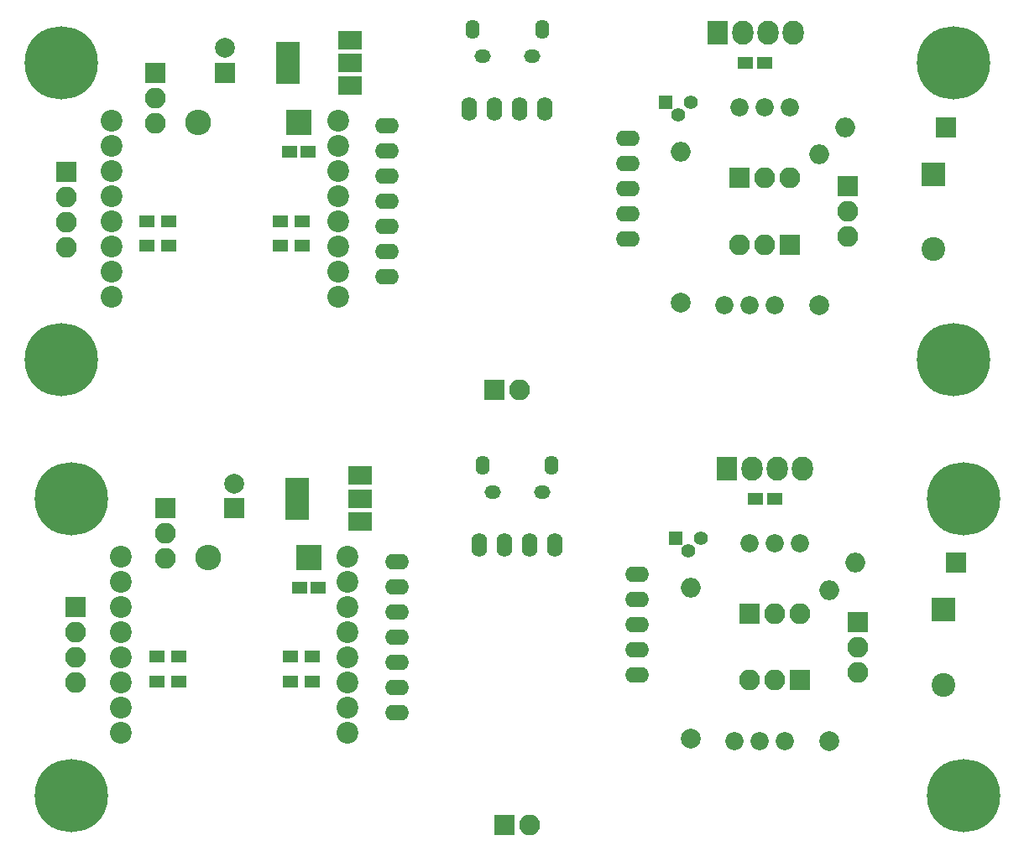
<source format=gbs>
%MOIN*%
%OFA0B0*%
%FSLAX46Y46*%
%IPPOS*%
%LPD*%
%ADD10C,0.0039370078740157488*%
%ADD11R,0.094488188976377951X0.094488188976377951*%
%ADD12C,0.094488188976377951*%
%ADD13R,0.062992125984251982X0.0452755905511811*%
%ADD14R,0.07874015748031496X0.07874015748031496*%
%ADD15C,0.07874015748031496*%
%ADD16O,0.07874015748031496X0.07874015748031496*%
%ADD17C,0.29133858267716539*%
%ADD18O,0.064960629921259838X0.053149606299212608*%
%ADD19O,0.055118110236220472X0.076771653543307089*%
%ADD20R,0.082677165354330714X0.082677165354330714*%
%ADD21O,0.082677165354330714X0.082677165354330714*%
%ADD22C,0.055118110236220472*%
%ADD23R,0.055118110236220472X0.055118110236220472*%
%ADD24R,0.062992125984251982X0.051181102362204731*%
%ADD25C,0.072440944881889777*%
%ADD26R,0.083748031496063011X0.095748031496063*%
%ADD27O,0.083748031496063011X0.095748031496063*%
%ADD28R,0.094488188976377951X0.16535433070866143*%
%ADD29R,0.094488188976377951X0.074803149606299218*%
%ADD30C,0.086614173228346469*%
%ADD31O,0.094488188976377951X0.062992125984251982*%
%ADD32O,0.062992125984251982X0.094488188976377951*%
%ADD33R,0.10236220472440946X0.10236220472440946*%
%ADD34O,0.10236220472440946X0.10236220472440946*%
%ADD45C,0.0039370078740157488*%
%ADD46R,0.094488188976377951X0.094488188976377951*%
%ADD47C,0.094488188976377951*%
%ADD48R,0.062992125984251982X0.0452755905511811*%
%ADD49R,0.07874015748031496X0.07874015748031496*%
%ADD50C,0.07874015748031496*%
%ADD51O,0.07874015748031496X0.07874015748031496*%
%ADD52C,0.29133858267716539*%
%ADD53O,0.064960629921259838X0.053149606299212608*%
%ADD54O,0.055118110236220472X0.076771653543307089*%
%ADD55R,0.082677165354330714X0.082677165354330714*%
%ADD56O,0.082677165354330714X0.082677165354330714*%
%ADD57C,0.055118110236220472*%
%ADD58R,0.055118110236220472X0.055118110236220472*%
%ADD59R,0.062992125984251982X0.051181102362204731*%
%ADD60C,0.072440944881889777*%
%ADD61R,0.083748031496063011X0.095748031496063*%
%ADD62O,0.083748031496063011X0.095748031496063*%
%ADD63R,0.094488188976377951X0.16535433070866143*%
%ADD64R,0.094488188976377951X0.074803149606299218*%
%ADD65C,0.086614173228346469*%
%ADD66O,0.094488188976377951X0.062992125984251982*%
%ADD67O,0.062992125984251982X0.094488188976377951*%
%ADD68R,0.10236220472440946X0.10236220472440946*%
%ADD69O,0.10236220472440946X0.10236220472440946*%
%LPD*%
G01*
D10*
D11*
X-0000039370Y0003385826D02*
X0003622047Y0002746062D03*
D12*
X0003622047Y0002446850D03*
D13*
X0002875984Y0003188976D03*
X0002950787Y0003188976D03*
X0001064960Y0002834645D03*
X0001139763Y0002834645D03*
D14*
X0000807086Y0003149606D03*
D15*
X0000807086Y0003248031D03*
D14*
X0003671259Y0002933070D03*
D16*
X0003271259Y0002933070D03*
D17*
X0000157480Y0003188976D03*
X0000157480Y0002007874D03*
X0003700787Y0003188976D03*
X0003700787Y0002007874D03*
D18*
X0002027559Y0003214566D03*
X0001830708Y0003214566D03*
D19*
X0002066929Y0003320866D03*
X0001791338Y0003320866D03*
D20*
X0000531496Y0003149606D03*
D21*
X0000531496Y0003049606D03*
X0000531496Y0002949606D03*
D22*
X0002609055Y0002981496D03*
X0002659055Y0003031496D03*
D23*
X0002559055Y0003031496D03*
D20*
X0001879921Y0001889763D03*
D21*
X0001979921Y0001889763D03*
D15*
X0002618110Y0002234251D03*
D16*
X0002618110Y0002834251D03*
D15*
X0003169291Y0002224409D03*
D16*
X0003169291Y0002824409D03*
D24*
X0000584645Y0002559055D03*
X0000498031Y0002559055D03*
X0000584645Y0002460629D03*
X0000498031Y0002460629D03*
X0001029527Y0002460629D03*
X0001116141Y0002460629D03*
X0001029527Y0002559055D03*
X0001116141Y0002559055D03*
D25*
X0003051181Y0003011811D03*
X0002951181Y0003011811D03*
X0002851181Y0003011811D03*
X0002992125Y0002224409D03*
X0002892125Y0002224409D03*
X0002792125Y0002224409D03*
D26*
X0002763385Y0003307086D03*
D27*
X0002863385Y0003307086D03*
X0002963385Y0003307086D03*
X0003063385Y0003307086D03*
D28*
X0001057086Y0003188976D03*
D29*
X0001305118Y0003188976D03*
X0001305118Y0003098425D03*
X0001305118Y0003279527D03*
D20*
X0000177165Y0002755905D03*
D21*
X0000177165Y0002655905D03*
X0000177165Y0002555905D03*
X0000177165Y0002455905D03*
D20*
X0003282047Y0002698425D03*
D21*
X0003282047Y0002598425D03*
X0003282047Y0002498425D03*
D20*
X0002852755Y0002730866D03*
D21*
X0002952755Y0002730866D03*
X0003052755Y0002730866D03*
D20*
X0003052755Y0002465984D03*
D21*
X0002952755Y0002465984D03*
X0002852755Y0002465984D03*
D30*
X0001257086Y0002257480D03*
X0001257086Y0002357480D03*
X0001257086Y0002457480D03*
X0001257086Y0002557480D03*
X0001257086Y0002657480D03*
X0001257086Y0002757480D03*
X0001257086Y0002857480D03*
X0001257086Y0002957480D03*
X0000357086Y0002957480D03*
X0000357086Y0002857480D03*
X0000357086Y0002757480D03*
X0000357086Y0002657480D03*
X0000357086Y0002557480D03*
X0000357086Y0002457480D03*
X0000357086Y0002357480D03*
X0000357086Y0002257480D03*
D31*
X0001451417Y0002937795D03*
X0001451417Y0002837795D03*
X0002406850Y0002887795D03*
X0001451417Y0002737795D03*
X0002406850Y0002787795D03*
X0001451417Y0002637795D03*
X0002406850Y0002687795D03*
X0001451417Y0002537795D03*
X0002406850Y0002587795D03*
X0001451417Y0002437795D03*
X0002406850Y0002487795D03*
X0001451417Y0002337795D03*
D32*
X0001779133Y0003003425D03*
X0001879133Y0003003425D03*
X0001979133Y0003003425D03*
X0002079133Y0003003425D03*
D33*
X0001102362Y0002952755D03*
D34*
X0000702362Y0002952755D03*
G04 next file*
%LPD*%
G04 #@! TF.FileFunction,Soldermask,Bot*
G04 Gerber Fmt 4.6, Leading zero omitted, Abs format (unit mm)*
G04 Created by KiCad (PCBNEW 4.0.7) date 08/13/18 20:02:33*
G01*
G04 APERTURE LIST*
G04 APERTURE END LIST*
D45*
D46*
X0000000000Y0001653543D02*
X0003661417Y0001013779D03*
D47*
X0003661417Y0000714566D03*
D48*
X0002915354Y0001456692D03*
X0002990157Y0001456692D03*
X0001104330Y0001102362D03*
X0001179133Y0001102362D03*
D49*
X0000846456Y0001417322D03*
D50*
X0000846456Y0001515748D03*
D49*
X0003710629Y0001200787D03*
D51*
X0003310629Y0001200787D03*
D52*
X0000196850Y0001456692D03*
X0000196850Y0000275590D03*
X0003740157Y0001456692D03*
X0003740157Y0000275590D03*
D53*
X0002066929Y0001482283D03*
X0001870078Y0001482283D03*
D54*
X0002106299Y0001588582D03*
X0001830708Y0001588582D03*
D55*
X0000570866Y0001417322D03*
D56*
X0000570866Y0001317322D03*
X0000570866Y0001217322D03*
D57*
X0002648425Y0001249212D03*
X0002698425Y0001299212D03*
D58*
X0002598425Y0001299212D03*
D55*
X0001919291Y0000157480D03*
D56*
X0002019291Y0000157480D03*
D50*
X0002657480Y0000501968D03*
D51*
X0002657480Y0001101968D03*
D50*
X0003208661Y0000492125D03*
D51*
X0003208661Y0001092125D03*
D59*
X0000624015Y0000826771D03*
X0000537401Y0000826771D03*
X0000624015Y0000728346D03*
X0000537401Y0000728346D03*
X0001068897Y0000728346D03*
X0001155511Y0000728346D03*
X0001068897Y0000826771D03*
X0001155511Y0000826771D03*
D60*
X0003090551Y0001279527D03*
X0002990551Y0001279527D03*
X0002890551Y0001279527D03*
X0003031496Y0000492125D03*
X0002931496Y0000492125D03*
X0002831496Y0000492125D03*
D61*
X0002802755Y0001574803D03*
D62*
X0002902755Y0001574803D03*
X0003002755Y0001574803D03*
X0003102755Y0001574803D03*
D63*
X0001096456Y0001456692D03*
D64*
X0001344488Y0001456692D03*
X0001344488Y0001366141D03*
X0001344488Y0001547244D03*
D55*
X0000216535Y0001023622D03*
D56*
X0000216535Y0000923622D03*
X0000216535Y0000823622D03*
X0000216535Y0000723622D03*
D55*
X0003321417Y0000966141D03*
D56*
X0003321417Y0000866141D03*
X0003321417Y0000766141D03*
D55*
X0002892125Y0000998582D03*
D56*
X0002992125Y0000998582D03*
X0003092125Y0000998582D03*
D55*
X0003092125Y0000733700D03*
D56*
X0002992125Y0000733700D03*
X0002892125Y0000733700D03*
D65*
X0001296456Y0000525196D03*
X0001296456Y0000625196D03*
X0001296456Y0000725196D03*
X0001296456Y0000825196D03*
X0001296456Y0000925196D03*
X0001296456Y0001025196D03*
X0001296456Y0001125196D03*
X0001296456Y0001225196D03*
X0000396456Y0001225196D03*
X0000396456Y0001125196D03*
X0000396456Y0001025196D03*
X0000396456Y0000925196D03*
X0000396456Y0000825196D03*
X0000396456Y0000725196D03*
X0000396456Y0000625196D03*
X0000396456Y0000525196D03*
D66*
X0001490787Y0001205511D03*
X0001490787Y0001105511D03*
X0002446220Y0001155511D03*
X0001490787Y0001005511D03*
X0002446220Y0001055511D03*
X0001490787Y0000905511D03*
X0002446220Y0000955511D03*
X0001490787Y0000805511D03*
X0002446220Y0000855511D03*
X0001490787Y0000705511D03*
X0002446220Y0000755511D03*
X0001490787Y0000605511D03*
D67*
X0001818503Y0001271141D03*
X0001918503Y0001271141D03*
X0002018503Y0001271141D03*
X0002118503Y0001271141D03*
D68*
X0001141732Y0001220472D03*
D69*
X0000741732Y0001220472D03*
M02*
</source>
